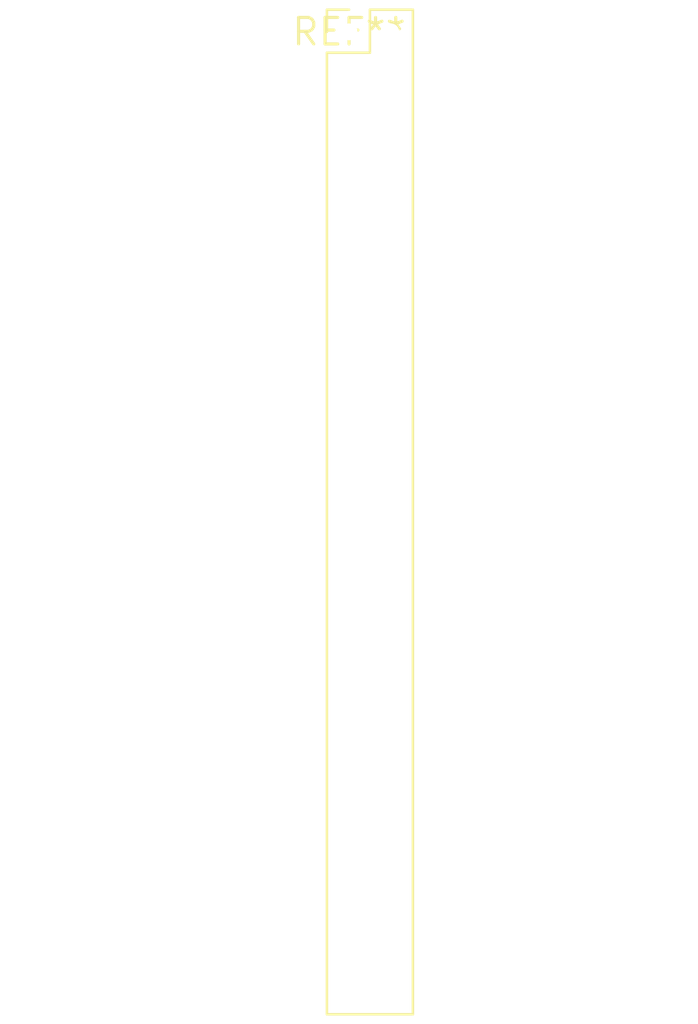
<source format=kicad_pcb>
(kicad_pcb (version 20240108) (generator pcbnew)
  (layers (0 "F.Cu" signal) (31 "B.Cu" signal) (34 "B.Paste" user) (35 "F.Paste" user) (36 "B.SilkS" user "B.Silkscreen") (37 "F.SilkS" user "F.Silkscreen") (38 "B.Mask" user) (39 "F.Mask" user) (44 "Edge.Cuts" user))
  (net 0 "")
  (footprint "PinHeader_2x24_P2.00mm_Vertical" (layer "F.Cu") (at 0 0)
    (property "Reference" "REF**")
    (property "Value" "PinHeader_2x24_P2.00mm_Vertical")
    (fp_line (start -1.06 -1.06) (end 0 -1.06) (layer "F.SilkS") (stroke (width 0.12)))
    (fp_line (start -1.06 0) (end -1.06 -1.06) (layer "F.SilkS") (stroke (width 0.12)))
    (fp_line (start -1.06 1) (end -1.06 47.06) (layer "F.SilkS") (stroke (width 0.12)))
    (fp_line (start -1.06 1) (end 1 1) (layer "F.SilkS") (stroke (width 0.12)))
    (fp_line (start -1.06 47.06) (end 3.06 47.06) (layer "F.SilkS") (stroke (width 0.12)))
    (fp_line (start 1 -1.06) (end 3.06 -1.06) (layer "F.SilkS") (stroke (width 0.12)))
    (fp_line (start 1 1) (end 1 -1.06) (layer "F.SilkS") (stroke (width 0.12)))
    (fp_line (start 3.06 -1.06) (end 3.06 47.06) (layer "F.SilkS") (stroke (width 0.12)))
    (pad "1" thru_hole rect (at 0 0) (size 1.35 1.35) (drill 0.8) (layers *.Cu *.Mask) (remove_unused_layers))
    (pad "2" thru_hole oval (at 2 0) (size 1.35 1.35) (drill 0.8) (layers *.Cu *.Mask) (remove_unused_layers))
    (pad "3" thru_hole oval (at 0 2) (size 1.35 1.35) (drill 0.8) (layers *.Cu *.Mask) (remove_unused_layers))
    (pad "4" thru_hole oval (at 2 2) (size 1.35 1.35) (drill 0.8) (layers *.Cu *.Mask) (remove_unused_layers))
    (pad "5" thru_hole oval (at 0 4) (size 1.35 1.35) (drill 0.8) (layers *.Cu *.Mask) (remove_unused_layers))
    (pad "6" thru_hole oval (at 2 4) (size 1.35 1.35) (drill 0.8) (layers *.Cu *.Mask) (remove_unused_layers))
    (pad "7" thru_hole oval (at 0 6) (size 1.35 1.35) (drill 0.8) (layers *.Cu *.Mask) (remove_unused_layers))
    (pad "8" thru_hole oval (at 2 6) (size 1.35 1.35) (drill 0.8) (layers *.Cu *.Mask) (remove_unused_layers))
    (pad "9" thru_hole oval (at 0 8) (size 1.35 1.35) (drill 0.8) (layers *.Cu *.Mask) (remove_unused_layers))
    (pad "10" thru_hole oval (at 2 8) (size 1.35 1.35) (drill 0.8) (layers *.Cu *.Mask) (remove_unused_layers))
    (pad "11" thru_hole oval (at 0 10) (size 1.35 1.35) (drill 0.8) (layers *.Cu *.Mask) (remove_unused_layers))
    (pad "12" thru_hole oval (at 2 10) (size 1.35 1.35) (drill 0.8) (layers *.Cu *.Mask) (remove_unused_layers))
    (pad "13" thru_hole oval (at 0 12) (size 1.35 1.35) (drill 0.8) (layers *.Cu *.Mask) (remove_unused_layers))
    (pad "14" thru_hole oval (at 2 12) (size 1.35 1.35) (drill 0.8) (layers *.Cu *.Mask) (remove_unused_layers))
    (pad "15" thru_hole oval (at 0 14) (size 1.35 1.35) (drill 0.8) (layers *.Cu *.Mask) (remove_unused_layers))
    (pad "16" thru_hole oval (at 2 14) (size 1.35 1.35) (drill 0.8) (layers *.Cu *.Mask) (remove_unused_layers))
    (pad "17" thru_hole oval (at 0 16) (size 1.35 1.35) (drill 0.8) (layers *.Cu *.Mask) (remove_unused_layers))
    (pad "18" thru_hole oval (at 2 16) (size 1.35 1.35) (drill 0.8) (layers *.Cu *.Mask) (remove_unused_layers))
    (pad "19" thru_hole oval (at 0 18) (size 1.35 1.35) (drill 0.8) (layers *.Cu *.Mask) (remove_unused_layers))
    (pad "20" thru_hole oval (at 2 18) (size 1.35 1.35) (drill 0.8) (layers *.Cu *.Mask) (remove_unused_layers))
    (pad "21" thru_hole oval (at 0 20) (size 1.35 1.35) (drill 0.8) (layers *.Cu *.Mask) (remove_unused_layers))
    (pad "22" thru_hole oval (at 2 20) (size 1.35 1.35) (drill 0.8) (layers *.Cu *.Mask) (remove_unused_layers))
    (pad "23" thru_hole oval (at 0 22) (size 1.35 1.35) (drill 0.8) (layers *.Cu *.Mask) (remove_unused_layers))
    (pad "24" thru_hole oval (at 2 22) (size 1.35 1.35) (drill 0.8) (layers *.Cu *.Mask) (remove_unused_layers))
    (pad "25" thru_hole oval (at 0 24) (size 1.35 1.35) (drill 0.8) (layers *.Cu *.Mask) (remove_unused_layers))
    (pad "26" thru_hole oval (at 2 24) (size 1.35 1.35) (drill 0.8) (layers *.Cu *.Mask) (remove_unused_layers))
    (pad "27" thru_hole oval (at 0 26) (size 1.35 1.35) (drill 0.8) (layers *.Cu *.Mask) (remove_unused_layers))
    (pad "28" thru_hole oval (at 2 26) (size 1.35 1.35) (drill 0.8) (layers *.Cu *.Mask) (remove_unused_layers))
    (pad "29" thru_hole oval (at 0 28) (size 1.35 1.35) (drill 0.8) (layers *.Cu *.Mask) (remove_unused_layers))
    (pad "30" thru_hole oval (at 2 28) (size 1.35 1.35) (drill 0.8) (layers *.Cu *.Mask) (remove_unused_layers))
    (pad "31" thru_hole oval (at 0 30) (size 1.35 1.35) (drill 0.8) (layers *.Cu *.Mask) (remove_unused_layers))
    (pad "32" thru_hole oval (at 2 30) (size 1.35 1.35) (drill 0.8) (layers *.Cu *.Mask) (remove_unused_layers))
    (pad "33" thru_hole oval (at 0 32) (size 1.35 1.35) (drill 0.8) (layers *.Cu *.Mask) (remove_unused_layers))
    (pad "34" thru_hole oval (at 2 32) (size 1.35 1.35) (drill 0.8) (layers *.Cu *.Mask) (remove_unused_layers))
    (pad "35" thru_hole oval (at 0 34) (size 1.35 1.35) (drill 0.8) (layers *.Cu *.Mask) (remove_unused_layers))
    (pad "36" thru_hole oval (at 2 34) (size 1.35 1.35) (drill 0.8) (layers *.Cu *.Mask) (remove_unused_layers))
    (pad "37" thru_hole oval (at 0 36) (size 1.35 1.35) (drill 0.8) (layers *.Cu *.Mask) (remove_unused_layers))
    (pad "38" thru_hole oval (at 2 36) (size 1.35 1.35) (drill 0.8) (layers *.Cu *.Mask) (remove_unused_layers))
    (pad "39" thru_hole oval (at 0 38) (size 1.35 1.35) (drill 0.8) (layers *.Cu *.Mask) (remove_unused_layers))
    (pad "40" thru_hole oval (at 2 38) (size 1.35 1.35) (drill 0.8) (layers *.Cu *.Mask) (remove_unused_layers))
    (pad "41" thru_hole oval (at 0 40) (size 1.35 1.35) (drill 0.8) (layers *.Cu *.Mask) (remove_unused_layers))
    (pad "42" thru_hole oval (at 2 40) (size 1.35 1.35) (drill 0.8) (layers *.Cu *.Mask) (remove_unused_layers))
    (pad "43" thru_hole oval (at 0 42) (size 1.35 1.35) (drill 0.8) (layers *.Cu *.Mask) (remove_unused_layers))
    (pad "44" thru_hole oval (at 2 42) (size 1.35 1.35) (drill 0.8) (layers *.Cu *.Mask) (remove_unused_layers))
    (pad "45" thru_hole oval (at 0 44) (size 1.35 1.35) (drill 0.8) (layers *.Cu *.Mask) (remove_unused_layers))
    (pad "46" thru_hole oval (at 2 44) (size 1.35 1.35) (drill 0.8) (layers *.Cu *.Mask) (remove_unused_layers))
    (pad "47" thru_hole oval (at 0 46) (size 1.35 1.35) (drill 0.8) (layers *.Cu *.Mask) (remove_unused_layers))
    (pad "48" thru_hole oval (at 2 46) (size 1.35 1.35) (drill 0.8) (layers *.Cu *.Mask) (remove_unused_layers))
  )
)
</source>
